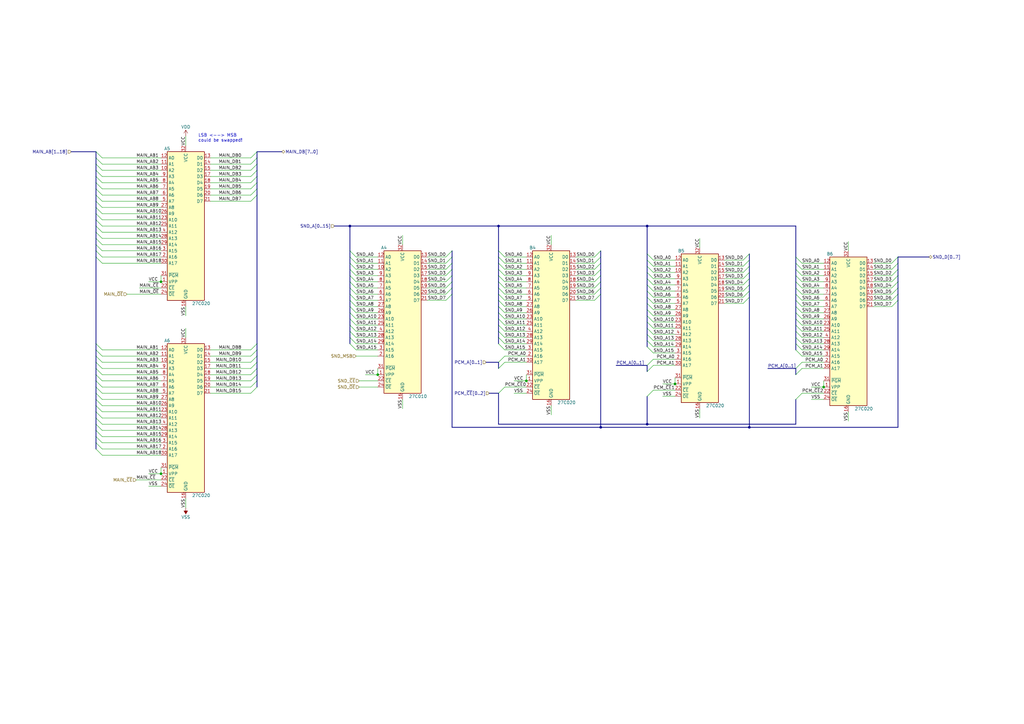
<source format=kicad_sch>
(kicad_sch (version 20211123) (generator eeschema)
  (paper "A3")
  (title_block (title "System 18") (date "2022-03-18") (rev "José Tejada G.") (company "JOTEGO") (comment 1 "Esperanza Triana"))
  (lib_symbols
    (symbol "Memory_EPROM:27C010"
      (property "Reference" "U" (at -7.62 29.21 0))
      (property "Value" "27C010" (at 2.54 -31.75 0))
      (symbol "27C010_1_1"
        (rectangle (start -7.62 27.94) (end 7.62 -30.48) (stroke (width 0.254)) (fill (type background)))
        (pin input line (at -10.16 -22.86 0) (length 2.54) (name "VPP") (number "1"))
        (pin input line (at -10.16 20.32 0) (length 2.54) (name "A2") (number "10"))
        (pin input line (at -10.16 22.86 0) (length 2.54) (name "A1") (number "11"))
        (pin input line (at -10.16 25.4 0) (length 2.54) (name "A0") (number "12"))
        (pin tri_state line (at 10.16 25.4 180) (length 2.54) (name "D0") (number "13"))
        (pin tri_state line (at 10.16 22.86 180) (length 2.54) (name "D1") (number "14"))
        (pin tri_state line (at 10.16 20.32 180) (length 2.54) (name "D2") (number "15"))
        (pin power_in line (at 0 -33.02 90) (length 2.54) (name "GND") (number "16"))
        (pin tri_state line (at 10.16 17.78 180) (length 2.54) (name "D3") (number "17"))
        (pin tri_state line (at 10.16 15.24 180) (length 2.54) (name "D4") (number "18"))
        (pin tri_state line (at 10.16 12.7 180) (length 2.54) (name "D5") (number "19"))
        (pin input line (at -10.16 -15.24 0) (length 2.54) (name "A16") (number "2"))
        (pin tri_state line (at 10.16 10.16 180) (length 2.54) (name "D6") (number "20"))
        (pin tri_state line (at 10.16 7.62 180) (length 2.54) (name "D7") (number "21"))
        (pin input line (at -10.16 -25.4 0) (length 2.54) (name "~{CE}") (number "22"))
        (pin input line (at -10.16 0 0) (length 2.54) (name "A10") (number "23"))
        (pin input line (at -10.16 -27.94 0) (length 2.54) (name "~{OE}") (number "24"))
        (pin input line (at -10.16 -2.54 0) (length 2.54) (name "A11") (number "25"))
        (pin input line (at -10.16 2.54 0) (length 2.54) (name "A9") (number "26"))
        (pin input line (at -10.16 5.08 0) (length 2.54) (name "A8") (number "27"))
        (pin input line (at -10.16 -7.62 0) (length 2.54) (name "A13") (number "28"))
        (pin input line (at -10.16 -10.16 0) (length 2.54) (name "A14") (number "29"))
        (pin input line (at -10.16 -12.7 0) (length 2.54) (name "A15") (number "3"))
        (pin input line (at -10.16 -20.32 0) (length 2.54) (name "~{PGM}") (number "31"))
        (pin power_in line (at 0 30.48 270) (length 2.54) (name "VCC") (number "32"))
        (pin input line (at -10.16 -5.08 0) (length 2.54) (name "A12") (number "4"))
        (pin input line (at -10.16 7.62 0) (length 2.54) (name "A7") (number "5"))
        (pin input line (at -10.16 10.16 0) (length 2.54) (name "A6") (number "6"))
        (pin input line (at -10.16 12.7 0) (length 2.54) (name "A5") (number "7"))
        (pin input line (at -10.16 15.24 0) (length 2.54) (name "A4") (number "8"))
        (pin input line (at -10.16 17.78 0) (length 2.54) (name "A3") (number "9"))
      )
    )
    (symbol "Memory_EPROM:27C020"
      (property "Reference" "U" (at -7.62 31.75 0))
      (property "Value" "27C020" (at 2.54 -31.75 0))
      (symbol "27C020_1_1"
        (rectangle (start -7.62 30.48) (end 7.62 -30.48) (stroke (width 0.254)) (fill (type background)))
        (pin input line (at -10.16 -22.86 0) (length 2.54) (name "VPP") (number "1"))
        (pin input line (at -10.16 22.86 0) (length 2.54) (name "A2") (number "10"))
        (pin input line (at -10.16 25.4 0) (length 2.54) (name "A1") (number "11"))
        (pin input line (at -10.16 27.94 0) (length 2.54) (name "A0") (number "12"))
        (pin tri_state line (at 10.16 27.94 180) (length 2.54) (name "D0") (number "13"))
        (pin tri_state line (at 10.16 25.4 180) (length 2.54) (name "D1") (number "14"))
        (pin tri_state line (at 10.16 22.86 180) (length 2.54) (name "D2") (number "15"))
        (pin power_in line (at 0 -33.02 90) (length 2.54) (name "GND") (number "16"))
        (pin tri_state line (at 10.16 20.32 180) (length 2.54) (name "D3") (number "17"))
        (pin tri_state line (at 10.16 17.78 180) (length 2.54) (name "D4") (number "18"))
        (pin tri_state line (at 10.16 15.24 180) (length 2.54) (name "D5") (number "19"))
        (pin input line (at -10.16 -12.7 0) (length 2.54) (name "A16") (number "2"))
        (pin tri_state line (at 10.16 12.7 180) (length 2.54) (name "D6") (number "20"))
        (pin tri_state line (at 10.16 10.16 180) (length 2.54) (name "D7") (number "21"))
        (pin input line (at -10.16 -25.4 0) (length 2.54) (name "~{CE}") (number "22"))
        (pin input line (at -10.16 2.54 0) (length 2.54) (name "A10") (number "23"))
        (pin input line (at -10.16 -27.94 0) (length 2.54) (name "~{OE}") (number "24"))
        (pin input line (at -10.16 0 0) (length 2.54) (name "A11") (number "25"))
        (pin input line (at -10.16 5.08 0) (length 2.54) (name "A9") (number "26"))
        (pin input line (at -10.16 7.62 0) (length 2.54) (name "A8") (number "27"))
        (pin input line (at -10.16 -5.08 0) (length 2.54) (name "A13") (number "28"))
        (pin input line (at -10.16 -7.62 0) (length 2.54) (name "A14") (number "29"))
        (pin input line (at -10.16 -10.16 0) (length 2.54) (name "A15") (number "3"))
        (pin input line (at -10.16 -15.24 0) (length 2.54) (name "A17") (number "30"))
        (pin input line (at -10.16 -20.32 0) (length 2.54) (name "~{PGM}") (number "31"))
        (pin power_in line (at 0 33.02 270) (length 2.54) (name "VCC") (number "32"))
        (pin input line (at -10.16 -2.54 0) (length 2.54) (name "A12") (number "4"))
        (pin input line (at -10.16 10.16 0) (length 2.54) (name "A7") (number "5"))
        (pin input line (at -10.16 12.7 0) (length 2.54) (name "A6") (number "6"))
        (pin input line (at -10.16 15.24 0) (length 2.54) (name "A5") (number "7"))
        (pin input line (at -10.16 17.78 0) (length 2.54) (name "A4") (number "8"))
        (pin input line (at -10.16 20.32 0) (length 2.54) (name "A3") (number "9"))
      )
    )
    (symbol "power:VDD" (power) (pin_names (offset 0))
      (property "Value" "VDD" (at 0 3.81 0))
      (symbol "VDD_0_1"
        (polyline (pts (xy -0.762 1.27) (xy 0 2.54)))
        (polyline (pts (xy 0 0) (xy 0 2.54)))
        (polyline (pts (xy 0 2.54) (xy 0.762 1.27)))
      )
      (symbol "VDD_1_1"
        (pin power_in line (at 0 0 90) (length 0) hide (name "VDD") (number "1"))
      )
    )
    (symbol "power:VSS" (power) (pin_names (offset 0))
      (property "Value" "VSS" (at 0 3.81 0))
      (symbol "VSS_0_1"
        (polyline (pts (xy 0 0) (xy 0 2.54)))
        (polyline (pts (xy 0.762 1.27) (xy -0.762 1.27) (xy 0 2.54) (xy 0.762 1.27)) (fill (type outline)))
      )
      (symbol "VSS_1_1"
        (pin power_in line (at 0 0 90) (length 0) hide (name "VSS") (number "1"))
      )
    )
  )
  (junction (at 143.51 92.71))
  (junction (at 337.82 158.75))
  (junction (at 215.9 156.21))
  (junction (at 265.43 173.99))
  (junction (at 66.04 194.31))
  (junction (at 154.94 153.67))
  (junction (at 204.47 92.71))
  (junction (at 246.38 175.26))
  (junction (at 265.43 92.71))
  (junction (at 307.34 175.26))
  (junction (at 66.04 115.57))
  (junction (at 276.86 157.48))
  (bus_entry (at 326.39 138.43) (size 2.54 2.54))
  (bus_entry (at 265.43 106.68) (size 2.54 2.54))
  (bus_entry (at 204.47 140.97) (size 2.54 2.54))
  (bus_entry (at 143.51 138.43) (size 2.54 2.54))
  (bus_entry (at 304.8 114.3) (size 2.54 -2.54))
  (bus_entry (at 102.87 67.31) (size 2.54 -2.54))
  (bus_entry (at 204.47 130.81) (size 2.54 2.54))
  (bus_entry (at 204.47 133.35) (size 2.54 2.54))
  (bus_entry (at 204.47 110.49) (size 2.54 2.54))
  (bus_entry (at 265.43 109.22) (size 2.54 2.54))
  (bus_entry (at 326.39 153.67) (size 2.54 -2.54))
  (bus_entry (at 102.87 82.55) (size 2.54 -2.54))
  (bus_entry (at 102.87 158.75) (size 2.54 -2.54))
  (bus_entry (at 39.37 100.33) (size 2.54 2.54))
  (bus_entry (at 182.88 113.03) (size 2.54 -2.54))
  (bus_entry (at 365.76 118.11) (size 2.54 -2.54))
  (bus_entry (at 39.37 80.01) (size 2.54 2.54))
  (bus_entry (at 265.43 132.08) (size 2.54 2.54))
  (bus_entry (at 39.37 69.85) (size 2.54 2.54))
  (bus_entry (at 365.76 115.57) (size 2.54 -2.54))
  (bus_entry (at 265.43 142.24) (size 2.54 2.54))
  (bus_entry (at 204.47 113.03) (size 2.54 2.54))
  (bus_entry (at 39.37 151.13) (size 2.54 2.54))
  (bus_entry (at 365.76 120.65) (size 2.54 -2.54))
  (bus_entry (at 102.87 148.59) (size 2.54 -2.54))
  (bus_entry (at 265.43 124.46) (size 2.54 2.54))
  (bus_entry (at 265.43 149.86) (size 2.54 -2.54))
  (bus_entry (at 39.37 158.75) (size 2.54 2.54))
  (bus_entry (at 243.84 115.57) (size 2.54 -2.54))
  (bus_entry (at 143.51 120.65) (size 2.54 2.54))
  (bus_entry (at 326.39 133.35) (size 2.54 2.54))
  (bus_entry (at 39.37 87.63) (size 2.54 2.54))
  (bus_entry (at 182.88 107.95) (size 2.54 -2.54))
  (bus_entry (at 326.39 115.57) (size 2.54 2.54))
  (bus_entry (at 143.51 110.49) (size 2.54 2.54))
  (bus_entry (at 143.51 133.35) (size 2.54 2.54))
  (bus_entry (at 39.37 82.55) (size 2.54 2.54))
  (bus_entry (at 143.51 128.27) (size 2.54 2.54))
  (bus_entry (at 265.43 139.7) (size 2.54 2.54))
  (bus_entry (at 365.76 123.19) (size 2.54 -2.54))
  (bus_entry (at 182.88 105.41) (size 2.54 -2.54))
  (bus_entry (at 204.47 123.19) (size 2.54 2.54))
  (bus_entry (at 204.47 135.89) (size 2.54 2.54))
  (bus_entry (at 304.8 109.22) (size 2.54 -2.54))
  (bus_entry (at 102.87 146.05) (size 2.54 -2.54))
  (bus_entry (at 326.39 125.73) (size 2.54 2.54))
  (bus_entry (at 143.51 125.73) (size 2.54 2.54))
  (bus_entry (at 182.88 123.19) (size 2.54 -2.54))
  (bus_entry (at 365.76 107.95) (size 2.54 -2.54))
  (bus_entry (at 39.37 168.91) (size 2.54 2.54))
  (bus_entry (at 102.87 77.47) (size 2.54 -2.54))
  (bus_entry (at 304.8 121.92) (size 2.54 -2.54))
  (bus_entry (at 143.51 140.97) (size 2.54 2.54))
  (bus_entry (at 326.39 143.51) (size 2.54 2.54))
  (bus_entry (at 265.43 121.92) (size 2.54 2.54))
  (bus_entry (at 39.37 90.17) (size 2.54 2.54))
  (bus_entry (at 204.47 161.29) (size 2.54 -2.54))
  (bus_entry (at 265.43 137.16) (size 2.54 2.54))
  (bus_entry (at 102.87 161.29) (size 2.54 -2.54))
  (bus_entry (at 326.39 130.81) (size 2.54 2.54))
  (bus_entry (at 326.39 113.03) (size 2.54 2.54))
  (bus_entry (at 182.88 110.49) (size 2.54 -2.54))
  (bus_entry (at 365.76 113.03) (size 2.54 -2.54))
  (bus_entry (at 39.37 95.25) (size 2.54 2.54))
  (bus_entry (at 265.43 111.76) (size 2.54 2.54))
  (bus_entry (at 143.51 123.19) (size 2.54 2.54))
  (bus_entry (at 102.87 69.85) (size 2.54 -2.54))
  (bus_entry (at 265.43 104.14) (size 2.54 2.54))
  (bus_entry (at 204.47 105.41) (size 2.54 2.54))
  (bus_entry (at 204.47 107.95) (size 2.54 2.54))
  (bus_entry (at 326.39 120.65) (size 2.54 2.54))
  (bus_entry (at 304.8 111.76) (size 2.54 -2.54))
  (bus_entry (at 243.84 110.49) (size 2.54 -2.54))
  (bus_entry (at 204.47 115.57) (size 2.54 2.54))
  (bus_entry (at 39.37 181.61) (size 2.54 2.54))
  (bus_entry (at 204.47 120.65) (size 2.54 2.54))
  (bus_entry (at 143.51 113.03) (size 2.54 2.54))
  (bus_entry (at 39.37 64.77) (size 2.54 2.54))
  (bus_entry (at 143.51 107.95) (size 2.54 2.54))
  (bus_entry (at 143.51 105.41) (size 2.54 2.54))
  (bus_entry (at 39.37 102.87) (size 2.54 2.54))
  (bus_entry (at 39.37 156.21) (size 2.54 2.54))
  (bus_entry (at 243.84 120.65) (size 2.54 -2.54))
  (bus_entry (at 39.37 146.05) (size 2.54 2.54))
  (bus_entry (at 39.37 173.99) (size 2.54 2.54))
  (bus_entry (at 39.37 72.39) (size 2.54 2.54))
  (bus_entry (at 326.39 118.11) (size 2.54 2.54))
  (bus_entry (at 39.37 163.83) (size 2.54 2.54))
  (bus_entry (at 39.37 184.15) (size 2.54 2.54))
  (bus_entry (at 204.47 148.59) (size 2.54 -2.54))
  (bus_entry (at 265.43 152.4) (size 2.54 -2.54))
  (bus_entry (at 204.47 128.27) (size 2.54 2.54))
  (bus_entry (at 143.51 130.81) (size 2.54 2.54))
  (bus_entry (at 204.47 118.11) (size 2.54 2.54))
  (bus_entry (at 143.51 102.87) (size 2.54 2.54))
  (bus_entry (at 102.87 74.93) (size 2.54 -2.54))
  (bus_entry (at 102.87 143.51) (size 2.54 -2.54))
  (bus_entry (at 143.51 135.89) (size 2.54 2.54))
  (bus_entry (at 204.47 125.73) (size 2.54 2.54))
  (bus_entry (at 39.37 97.79) (size 2.54 2.54))
  (bus_entry (at 326.39 105.41) (size 2.54 2.54))
  (bus_entry (at 39.37 143.51) (size 2.54 2.54))
  (bus_entry (at 326.39 163.83) (size 2.54 -2.54))
  (bus_entry (at 39.37 77.47) (size 2.54 2.54))
  (bus_entry (at 304.8 119.38) (size 2.54 -2.54))
  (bus_entry (at 39.37 67.31) (size 2.54 2.54))
  (bus_entry (at 243.84 118.11) (size 2.54 -2.54))
  (bus_entry (at 265.43 119.38) (size 2.54 2.54))
  (bus_entry (at 143.51 115.57) (size 2.54 2.54))
  (bus_entry (at 39.37 148.59) (size 2.54 2.54))
  (bus_entry (at 326.39 135.89) (size 2.54 2.54))
  (bus_entry (at 39.37 166.37) (size 2.54 2.54))
  (bus_entry (at 102.87 156.21) (size 2.54 -2.54))
  (bus_entry (at 39.37 153.67) (size 2.54 2.54))
  (bus_entry (at 326.39 151.13) (size 2.54 -2.54))
  (bus_entry (at 102.87 72.39) (size 2.54 -2.54))
  (bus_entry (at 326.39 107.95) (size 2.54 2.54))
  (bus_entry (at 39.37 176.53) (size 2.54 2.54))
  (bus_entry (at 102.87 151.13) (size 2.54 -2.54))
  (bus_entry (at 326.39 110.49) (size 2.54 2.54))
  (bus_entry (at 265.43 162.56) (size 2.54 -2.54))
  (bus_entry (at 143.51 118.11) (size 2.54 2.54))
  (bus_entry (at 265.43 129.54) (size 2.54 2.54))
  (bus_entry (at 243.84 123.19) (size 2.54 -2.54))
  (bus_entry (at 265.43 134.62) (size 2.54 2.54))
  (bus_entry (at 204.47 138.43) (size 2.54 2.54))
  (bus_entry (at 243.84 113.03) (size 2.54 -2.54))
  (bus_entry (at 265.43 127) (size 2.54 2.54))
  (bus_entry (at 304.8 124.46) (size 2.54 -2.54))
  (bus_entry (at 39.37 74.93) (size 2.54 2.54))
  (bus_entry (at 304.8 116.84) (size 2.54 -2.54))
  (bus_entry (at 326.39 128.27) (size 2.54 2.54))
  (bus_entry (at 102.87 153.67) (size 2.54 -2.54))
  (bus_entry (at 182.88 118.11) (size 2.54 -2.54))
  (bus_entry (at 265.43 114.3) (size 2.54 2.54))
  (bus_entry (at 182.88 120.65) (size 2.54 -2.54))
  (bus_entry (at 39.37 62.23) (size 2.54 2.54))
  (bus_entry (at 304.8 106.68) (size 2.54 -2.54))
  (bus_entry (at 39.37 171.45) (size 2.54 2.54))
  (bus_entry (at 102.87 64.77) (size 2.54 -2.54))
  (bus_entry (at 102.87 80.01) (size 2.54 -2.54))
  (bus_entry (at 365.76 125.73) (size 2.54 -2.54))
  (bus_entry (at 326.39 140.97) (size 2.54 2.54))
  (bus_entry (at 243.84 105.41) (size 2.54 -2.54))
  (bus_entry (at 39.37 92.71) (size 2.54 2.54))
  (bus_entry (at 243.84 107.95) (size 2.54 -2.54))
  (bus_entry (at 182.88 115.57) (size 2.54 -2.54))
  (bus_entry (at 265.43 116.84) (size 2.54 2.54))
  (bus_entry (at 39.37 105.41) (size 2.54 2.54))
  (bus_entry (at 204.47 151.13) (size 2.54 -2.54))
  (bus_entry (at 365.76 110.49) (size 2.54 -2.54))
  (bus_entry (at 326.39 123.19) (size 2.54 2.54))
  (bus_entry (at 39.37 85.09) (size 2.54 2.54))
  (bus_entry (at 39.37 140.97) (size 2.54 2.54))
  (bus_entry (at 39.37 179.07) (size 2.54 2.54))
  (bus_entry (at 204.47 102.87) (size 2.54 2.54))
  (bus_entry (at 39.37 161.29) (size 2.54 2.54))
  (bus (pts (xy 39.37 146.05) (xy 39.37 148.59)))
  (bus (pts (xy 265.43 121.92) (xy 265.43 124.46)))
  (wire (pts (xy 66.04 72.39) (xy 41.91 72.39)))
  (bus (pts (xy 105.41 72.39) (xy 105.41 74.93)))
  (wire (pts (xy 215.9 156.21) (xy 210.82 156.21)))
  (wire (pts (xy 154.94 153.67) (xy 149.86 153.67)))
  (wire (pts (xy 358.14 115.57) (xy 365.76 115.57)))
  (bus (pts (xy 143.51 138.43) (xy 143.51 140.97)))
  (wire (pts (xy 86.36 146.05) (xy 102.87 146.05)))
  (bus (pts (xy 143.51 133.35) (xy 143.51 135.89)))
  (bus (pts (xy 265.43 132.08) (xy 265.43 134.62)))
  (wire (pts (xy 86.36 158.75) (xy 102.87 158.75)))
  (wire (pts (xy 154.94 133.35) (xy 146.05 133.35)))
  (bus (pts (xy 204.47 92.71) (xy 265.43 92.71)))
  (wire (pts (xy 154.94 143.51) (xy 146.05 143.51)))
  (wire (pts (xy 147.32 158.75) (xy 154.94 158.75)))
  (wire (pts (xy 66.04 113.03) (xy 66.04 115.57)))
  (wire (pts (xy 337.82 161.29) (xy 328.93 161.29)))
  (wire (pts (xy 276.86 147.32) (xy 267.97 147.32)))
  (wire (pts (xy 358.14 107.95) (xy 365.76 107.95)))
  (bus (pts (xy 368.3 105.41) (xy 381 105.41)))
  (wire (pts (xy 337.82 130.81) (xy 328.93 130.81)))
  (bus (pts (xy 326.39 138.43) (xy 326.39 140.97)))
  (bus (pts (xy 265.43 104.14) (xy 265.43 106.68)))
  (bus (pts (xy 204.47 161.29) (xy 200.66 161.29)))
  (wire (pts (xy 175.26 115.57) (xy 182.88 115.57)))
  (wire (pts (xy 86.36 77.47) (xy 102.87 77.47)))
  (bus (pts (xy 368.3 113.03) (xy 368.3 115.57)))
  (wire (pts (xy 276.86 111.76) (xy 267.97 111.76)))
  (bus (pts (xy 39.37 67.31) (xy 39.37 69.85)))
  (wire (pts (xy 154.94 113.03) (xy 146.05 113.03)))
  (bus (pts (xy 39.37 69.85) (xy 39.37 72.39)))
  (bus (pts (xy 39.37 74.93) (xy 39.37 77.47)))
  (bus (pts (xy 265.43 127) (xy 265.43 129.54)))
  (bus (pts (xy 39.37 90.17) (xy 39.37 92.71)))
  (bus (pts (xy 326.39 151.13) (xy 326.39 153.67)))
  (wire (pts (xy 175.26 123.19) (xy 182.88 123.19)))
  (bus (pts (xy 105.41 62.23) (xy 105.41 64.77)))
  (bus (pts (xy 185.42 118.11) (xy 185.42 120.65)))
  (bus (pts (xy 368.3 120.65) (xy 368.3 123.19)))
  (bus (pts (xy 246.38 120.65) (xy 246.38 175.26)))
  (wire (pts (xy 76.2 59.69) (xy 76.2 55.88)))
  (wire (pts (xy 66.04 100.33) (xy 41.91 100.33)))
  (bus (pts (xy 105.41 69.85) (xy 105.41 72.39)))
  (bus (pts (xy 185.42 107.95) (xy 185.42 110.49)))
  (wire (pts (xy 66.04 90.17) (xy 41.91 90.17)))
  (bus (pts (xy 265.43 116.84) (xy 265.43 119.38)))
  (wire (pts (xy 66.04 158.75) (xy 41.91 158.75)))
  (wire (pts (xy 276.86 127) (xy 267.97 127)))
  (wire (pts (xy 154.94 135.89) (xy 146.05 135.89)))
  (wire (pts (xy 337.82 115.57) (xy 328.93 115.57)))
  (bus (pts (xy 368.3 115.57) (xy 368.3 118.11)))
  (bus (pts (xy 326.39 120.65) (xy 326.39 123.19)))
  (wire (pts (xy 337.82 143.51) (xy 328.93 143.51)))
  (wire (pts (xy 276.86 160.02) (xy 267.97 160.02)))
  (bus (pts (xy 143.51 115.57) (xy 143.51 118.11)))
  (wire (pts (xy 358.14 110.49) (xy 365.76 110.49)))
  (bus (pts (xy 105.41 80.01) (xy 105.41 140.97)))
  (bus (pts (xy 105.41 64.77) (xy 105.41 67.31)))
  (bus (pts (xy 326.39 130.81) (xy 326.39 133.35)))
  (bus (pts (xy 326.39 115.57) (xy 326.39 118.11)))
  (bus (pts (xy 326.39 173.99) (xy 326.39 163.83)))
  (wire (pts (xy 175.26 107.95) (xy 182.88 107.95)))
  (wire (pts (xy 276.86 124.46) (xy 267.97 124.46)))
  (wire (pts (xy 175.26 110.49) (xy 182.88 110.49)))
  (wire (pts (xy 86.36 80.01) (xy 102.87 80.01)))
  (bus (pts (xy 39.37 151.13) (xy 39.37 153.67)))
  (wire (pts (xy 76.2 125.73) (xy 76.2 129.54)))
  (wire (pts (xy 154.94 156.21) (xy 147.32 156.21)))
  (bus (pts (xy 252.73 149.86) (xy 265.43 149.86)))
  (bus (pts (xy 105.41 148.59) (xy 105.41 151.13)))
  (wire (pts (xy 66.04 146.05) (xy 41.91 146.05)))
  (wire (pts (xy 66.04 199.39) (xy 60.96 199.39)))
  (wire (pts (xy 66.04 80.01) (xy 41.91 80.01)))
  (wire (pts (xy 215.9 123.19) (xy 207.01 123.19)))
  (wire (pts (xy 66.04 115.57) (xy 60.96 115.57)))
  (wire (pts (xy 337.82 140.97) (xy 328.93 140.97)))
  (bus (pts (xy 265.43 124.46) (xy 265.43 127)))
  (wire (pts (xy 154.94 146.05) (xy 146.05 146.05)))
  (bus (pts (xy 204.47 102.87) (xy 204.47 105.41)))
  (bus (pts (xy 204.47 133.35) (xy 204.47 135.89)))
  (wire (pts (xy 276.86 134.62) (xy 267.97 134.62)))
  (bus (pts (xy 39.37 163.83) (xy 39.37 166.37)))
  (bus (pts (xy 204.47 130.81) (xy 204.47 133.35)))
  (wire (pts (xy 86.36 72.39) (xy 102.87 72.39)))
  (bus (pts (xy 185.42 175.26) (xy 246.38 175.26)))
  (bus (pts (xy 204.47 113.03) (xy 204.47 115.57)))
  (bus (pts (xy 246.38 113.03) (xy 246.38 115.57)))
  (bus (pts (xy 246.38 115.57) (xy 246.38 118.11)))
  (bus (pts (xy 246.38 105.41) (xy 246.38 107.95)))
  (wire (pts (xy 66.04 181.61) (xy 41.91 181.61)))
  (bus (pts (xy 39.37 148.59) (xy 39.37 151.13)))
  (bus (pts (xy 204.47 118.11) (xy 204.47 120.65)))
  (bus (pts (xy 39.37 158.75) (xy 39.37 161.29)))
  (bus (pts (xy 39.37 153.67) (xy 39.37 156.21)))
  (bus (pts (xy 246.38 102.87) (xy 246.38 105.41)))
  (bus (pts (xy 204.47 120.65) (xy 204.47 123.19)))
  (wire (pts (xy 276.86 119.38) (xy 267.97 119.38)))
  (wire (pts (xy 66.04 87.63) (xy 41.91 87.63)))
  (wire (pts (xy 66.04 186.69) (xy 41.91 186.69)))
  (wire (pts (xy 66.04 168.91) (xy 41.91 168.91)))
  (wire (pts (xy 175.26 118.11) (xy 182.88 118.11)))
  (wire (pts (xy 175.26 120.65) (xy 182.88 120.65)))
  (bus (pts (xy 39.37 181.61) (xy 39.37 184.15)))
  (wire (pts (xy 236.22 123.19) (xy 243.84 123.19)))
  (wire (pts (xy 297.18 116.84) (xy 304.8 116.84)))
  (bus (pts (xy 39.37 95.25) (xy 39.37 97.79)))
  (bus (pts (xy 326.39 135.89) (xy 326.39 138.43)))
  (bus (pts (xy 143.51 105.41) (xy 143.51 107.95)))
  (wire (pts (xy 66.04 176.53) (xy 41.91 176.53)))
  (wire (pts (xy 236.22 115.57) (xy 243.84 115.57)))
  (wire (pts (xy 337.82 125.73) (xy 328.93 125.73)))
  (bus (pts (xy 105.41 140.97) (xy 105.41 143.51)))
  (wire (pts (xy 165.1 163.83) (xy 165.1 167.64)))
  (bus (pts (xy 39.37 171.45) (xy 39.37 173.99)))
  (wire (pts (xy 337.82 158.75) (xy 332.74 158.75)))
  (wire (pts (xy 154.94 105.41) (xy 146.05 105.41)))
  (wire (pts (xy 215.9 110.49) (xy 207.01 110.49)))
  (bus (pts (xy 265.43 106.68) (xy 265.43 109.22)))
  (wire (pts (xy 154.94 107.95) (xy 146.05 107.95)))
  (wire (pts (xy 66.04 69.85) (xy 41.91 69.85)))
  (bus (pts (xy 39.37 179.07) (xy 39.37 181.61)))
  (bus (pts (xy 326.39 128.27) (xy 326.39 130.81)))
  (wire (pts (xy 236.22 118.11) (xy 243.84 118.11)))
  (bus (pts (xy 143.51 125.73) (xy 143.51 128.27)))
  (wire (pts (xy 215.9 158.75) (xy 207.01 158.75)))
  (wire (pts (xy 337.82 163.83) (xy 332.74 163.83)))
  (wire (pts (xy 154.94 125.73) (xy 146.05 125.73)))
  (bus (pts (xy 326.39 118.11) (xy 326.39 120.65)))
  (wire (pts (xy 66.04 171.45) (xy 41.91 171.45)))
  (bus (pts (xy 368.3 110.49) (xy 368.3 113.03)))
  (wire (pts (xy 236.22 120.65) (xy 243.84 120.65)))
  (wire (pts (xy 66.04 179.07) (xy 41.91 179.07)))
  (bus (pts (xy 143.51 120.65) (xy 143.51 123.19)))
  (wire (pts (xy 66.04 82.55) (xy 41.91 82.55)))
  (bus (pts (xy 143.51 92.71) (xy 204.47 92.71)))
  (bus (pts (xy 265.43 119.38) (xy 265.43 121.92)))
  (wire (pts (xy 276.86 162.56) (xy 271.78 162.56)))
  (wire (pts (xy 215.9 133.35) (xy 207.01 133.35)))
  (wire (pts (xy 276.86 157.48) (xy 271.78 157.48)))
  (wire (pts (xy 86.36 69.85) (xy 102.87 69.85)))
  (wire (pts (xy 276.86 106.68) (xy 267.97 106.68)))
  (wire (pts (xy 66.04 166.37) (xy 41.91 166.37)))
  (wire (pts (xy 215.9 143.51) (xy 207.01 143.51)))
  (bus (pts (xy 265.43 114.3) (xy 265.43 116.84)))
  (bus (pts (xy 307.34 116.84) (xy 307.34 119.38)))
  (wire (pts (xy 154.94 118.11) (xy 146.05 118.11)))
  (bus (pts (xy 39.37 62.23) (xy 39.37 64.77)))
  (wire (pts (xy 276.86 132.08) (xy 267.97 132.08)))
  (wire (pts (xy 297.18 124.46) (xy 304.8 124.46)))
  (wire (pts (xy 66.04 97.79) (xy 41.91 97.79)))
  (wire (pts (xy 66.04 105.41) (xy 41.91 105.41)))
  (bus (pts (xy 204.47 110.49) (xy 204.47 113.03)))
  (bus (pts (xy 326.39 133.35) (xy 326.39 135.89)))
  (wire (pts (xy 165.1 100.33) (xy 165.1 96.52)))
  (bus (pts (xy 265.43 129.54) (xy 265.43 132.08)))
  (bus (pts (xy 326.39 107.95) (xy 326.39 110.49)))
  (wire (pts (xy 66.04 64.77) (xy 41.91 64.77)))
  (wire (pts (xy 297.18 106.68) (xy 304.8 106.68)))
  (wire (pts (xy 215.9 107.95) (xy 207.01 107.95)))
  (bus (pts (xy 368.3 118.11) (xy 368.3 120.65)))
  (wire (pts (xy 358.14 125.73) (xy 365.76 125.73)))
  (wire (pts (xy 297.18 111.76) (xy 304.8 111.76)))
  (wire (pts (xy 236.22 105.41) (xy 243.84 105.41)))
  (bus (pts (xy 368.3 105.41) (xy 368.3 107.95)))
  (bus (pts (xy 39.37 140.97) (xy 39.37 143.51)))
  (wire (pts (xy 347.98 168.91) (xy 347.98 172.72)))
  (wire (pts (xy 215.9 140.97) (xy 207.01 140.97)))
  (bus (pts (xy 143.51 135.89) (xy 143.51 138.43)))
  (bus (pts (xy 326.39 92.71) (xy 326.39 105.41)))
  (wire (pts (xy 215.9 135.89) (xy 207.01 135.89)))
  (wire (pts (xy 276.86 121.92) (xy 267.97 121.92)))
  (bus (pts (xy 105.41 67.31) (xy 105.41 69.85)))
  (wire (pts (xy 215.9 128.27) (xy 207.01 128.27)))
  (wire (pts (xy 66.04 77.47) (xy 41.91 77.47)))
  (bus (pts (xy 204.47 173.99) (xy 204.47 161.29)))
  (wire (pts (xy 226.06 100.33) (xy 226.06 96.52)))
  (wire (pts (xy 236.22 113.03) (xy 243.84 113.03)))
  (bus (pts (xy 368.3 175.26) (xy 307.34 175.26)))
  (wire (pts (xy 337.82 135.89) (xy 328.93 135.89)))
  (wire (pts (xy 267.97 144.78) (xy 276.86 144.78)))
  (wire (pts (xy 215.9 125.73) (xy 207.01 125.73)))
  (bus (pts (xy 39.37 100.33) (xy 39.37 102.87)))
  (wire (pts (xy 337.82 128.27) (xy 328.93 128.27)))
  (bus (pts (xy 143.51 110.49) (xy 143.51 113.03)))
  (wire (pts (xy 337.82 120.65) (xy 328.93 120.65)))
  (bus (pts (xy 39.37 77.47) (xy 39.37 80.01)))
  (wire (pts (xy 337.82 138.43) (xy 328.93 138.43)))
  (bus (pts (xy 105.41 62.23) (xy 115.57 62.23)))
  (wire (pts (xy 337.82 123.19) (xy 328.93 123.19)))
  (wire (pts (xy 215.9 113.03) (xy 207.01 113.03)))
  (wire (pts (xy 86.36 153.67) (xy 102.87 153.67)))
  (bus (pts (xy 307.34 114.3) (xy 307.34 116.84)))
  (wire (pts (xy 358.14 118.11) (xy 365.76 118.11)))
  (bus (pts (xy 204.47 105.41) (xy 204.47 107.95)))
  (bus (pts (xy 307.34 119.38) (xy 307.34 121.92)))
  (wire (pts (xy 267.97 149.86) (xy 276.86 149.86)))
  (wire (pts (xy 66.04 196.85) (xy 55.88 196.85)))
  (wire (pts (xy 66.04 118.11) (xy 57.15 118.11)))
  (bus (pts (xy 143.51 92.71) (xy 137.16 92.71)))
  (bus (pts (xy 265.43 109.22) (xy 265.43 111.76)))
  (bus (pts (xy 185.42 110.49) (xy 185.42 113.03)))
  (wire (pts (xy 154.94 123.19) (xy 146.05 123.19)))
  (wire (pts (xy 276.86 109.22) (xy 267.97 109.22)))
  (bus (pts (xy 39.37 87.63) (xy 39.37 90.17)))
  (bus (pts (xy 307.34 121.92) (xy 307.34 175.26)))
  (wire (pts (xy 86.36 82.55) (xy 102.87 82.55)))
  (bus (pts (xy 246.38 107.95) (xy 246.38 110.49)))
  (wire (pts (xy 347.98 102.87) (xy 347.98 99.06)))
  (wire (pts (xy 276.86 114.3) (xy 267.97 114.3)))
  (bus (pts (xy 204.47 135.89) (xy 204.47 138.43)))
  (wire (pts (xy 154.94 130.81) (xy 146.05 130.81)))
  (bus (pts (xy 143.51 130.81) (xy 143.51 133.35)))
  (wire (pts (xy 328.93 151.13) (xy 337.82 151.13)))
  (bus (pts (xy 185.42 102.87) (xy 185.42 105.41)))
  (bus (pts (xy 143.51 128.27) (xy 143.51 130.81)))
  (wire (pts (xy 66.04 191.77) (xy 66.04 194.31)))
  (wire (pts (xy 66.04 148.59) (xy 41.91 148.59)))
  (wire (pts (xy 66.04 161.29) (xy 41.91 161.29)))
  (bus (pts (xy 39.37 143.51) (xy 39.37 146.05)))
  (wire (pts (xy 66.04 107.95) (xy 41.91 107.95)))
  (bus (pts (xy 314.96 151.13) (xy 326.39 151.13)))
  (bus (pts (xy 265.43 139.7) (xy 265.43 142.24)))
  (bus (pts (xy 105.41 146.05) (xy 105.41 148.59)))
  (wire (pts (xy 287.02 167.64) (xy 287.02 171.45)))
  (bus (pts (xy 307.34 109.22) (xy 307.34 111.76)))
  (bus (pts (xy 39.37 62.23) (xy 29.21 62.23)))
  (bus (pts (xy 39.37 64.77) (xy 39.37 67.31)))
  (wire (pts (xy 297.18 119.38) (xy 304.8 119.38)))
  (wire (pts (xy 358.14 113.03) (xy 365.76 113.03)))
  (wire (pts (xy 86.36 156.21) (xy 102.87 156.21)))
  (bus (pts (xy 204.47 92.71) (xy 204.47 102.87)))
  (wire (pts (xy 236.22 110.49) (xy 243.84 110.49)))
  (wire (pts (xy 276.86 142.24) (xy 267.97 142.24)))
  (wire (pts (xy 154.94 138.43) (xy 146.05 138.43)))
  (wire (pts (xy 86.36 64.77) (xy 102.87 64.77)))
  (bus (pts (xy 265.43 149.86) (xy 265.43 152.4)))
  (wire (pts (xy 66.04 143.51) (xy 41.91 143.51)))
  (bus (pts (xy 204.47 107.95) (xy 204.47 110.49)))
  (bus (pts (xy 39.37 161.29) (xy 39.37 163.83)))
  (wire (pts (xy 66.04 156.21) (xy 41.91 156.21)))
  (wire (pts (xy 66.04 67.31) (xy 41.91 67.31)))
  (wire (pts (xy 236.22 107.95) (xy 243.84 107.95)))
  (wire (pts (xy 52.07 120.65) (xy 66.04 120.65)))
  (bus (pts (xy 105.41 74.93) (xy 105.41 77.47)))
  (wire (pts (xy 154.94 128.27) (xy 146.05 128.27)))
  (bus (pts (xy 204.47 128.27) (xy 204.47 130.81)))
  (bus (pts (xy 326.39 113.03) (xy 326.39 115.57)))
  (wire (pts (xy 86.36 151.13) (xy 102.87 151.13)))
  (bus (pts (xy 307.34 106.68) (xy 307.34 109.22)))
  (bus (pts (xy 39.37 156.21) (xy 39.37 158.75)))
  (wire (pts (xy 226.06 166.37) (xy 226.06 170.18)))
  (wire (pts (xy 297.18 114.3) (xy 304.8 114.3)))
  (bus (pts (xy 265.43 111.76) (xy 265.43 114.3)))
  (bus (pts (xy 143.51 102.87) (xy 143.51 105.41)))
  (wire (pts (xy 215.9 138.43) (xy 207.01 138.43)))
  (wire (pts (xy 215.9 130.81) (xy 207.01 130.81)))
  (bus (pts (xy 39.37 80.01) (xy 39.37 82.55)))
  (wire (pts (xy 86.36 67.31) (xy 102.87 67.31)))
  (bus (pts (xy 265.43 92.71) (xy 265.43 104.14)))
  (wire (pts (xy 66.04 194.31) (xy 60.96 194.31)))
  (wire (pts (xy 66.04 184.15) (xy 41.91 184.15)))
  (bus (pts (xy 265.43 134.62) (xy 265.43 137.16)))
  (wire (pts (xy 337.82 113.03) (xy 328.93 113.03)))
  (wire (pts (xy 86.36 161.29) (xy 102.87 161.29)))
  (bus (pts (xy 39.37 102.87) (xy 39.37 105.41)))
  (bus (pts (xy 265.43 92.71) (xy 326.39 92.71)))
  (wire (pts (xy 154.94 110.49) (xy 146.05 110.49)))
  (bus (pts (xy 143.51 118.11) (xy 143.51 120.65)))
  (wire (pts (xy 215.9 153.67) (xy 215.9 156.21)))
  (wire (pts (xy 297.18 109.22) (xy 304.8 109.22)))
  (bus (pts (xy 39.37 105.41) (xy 39.37 140.97)))
  (wire (pts (xy 86.36 74.93) (xy 102.87 74.93)))
  (bus (pts (xy 105.41 153.67) (xy 105.41 156.21)))
  (wire (pts (xy 66.04 151.13) (xy 41.91 151.13)))
  (bus (pts (xy 368.3 123.19) (xy 368.3 175.26)))
  (bus (pts (xy 199.39 148.59) (xy 204.47 148.59)))
  (wire (pts (xy 154.94 140.97) (xy 146.05 140.97)))
  (wire (pts (xy 215.9 161.29) (xy 210.82 161.29)))
  (bus (pts (xy 185.42 105.41) (xy 185.42 107.95)))
  (bus (pts (xy 265.43 137.16) (xy 265.43 139.7)))
  (wire (pts (xy 66.04 153.67) (xy 41.91 153.67)))
  (wire (pts (xy 215.9 120.65) (xy 207.01 120.65)))
  (bus (pts (xy 204.47 125.73) (xy 204.47 128.27)))
  (wire (pts (xy 215.9 105.41) (xy 207.01 105.41)))
  (wire (pts (xy 154.94 151.13) (xy 154.94 153.67)))
  (bus (pts (xy 185.42 115.57) (xy 185.42 118.11)))
  (wire (pts (xy 337.82 156.21) (xy 337.82 158.75)))
  (bus (pts (xy 105.41 151.13) (xy 105.41 153.67)))
  (bus (pts (xy 143.51 113.03) (xy 143.51 115.57)))
  (wire (pts (xy 66.04 74.93) (xy 41.91 74.93)))
  (bus (pts (xy 105.41 143.51) (xy 105.41 146.05)))
  (wire (pts (xy 86.36 148.59) (xy 102.87 148.59)))
  (wire (pts (xy 66.04 92.71) (xy 41.91 92.71)))
  (wire (pts (xy 154.94 115.57) (xy 146.05 115.57)))
  (wire (pts (xy 76.2 204.47) (xy 76.2 208.28)))
  (wire (pts (xy 287.02 101.6) (xy 287.02 97.79)))
  (wire (pts (xy 66.04 85.09) (xy 41.91 85.09)))
  (wire (pts (xy 66.04 163.83) (xy 41.91 163.83)))
  (bus (pts (xy 39.37 97.79) (xy 39.37 100.33)))
  (bus (pts (xy 265.43 173.99) (xy 204.47 173.99)))
  (bus (pts (xy 105.41 156.21) (xy 105.41 158.75)))
  (bus (pts (xy 307.34 175.26) (xy 246.38 175.26)))
  (bus (pts (xy 368.3 107.95) (xy 368.3 110.49)))
  (bus (pts (xy 39.37 173.99) (xy 39.37 176.53)))
  (bus (pts (xy 265.43 162.56) (xy 265.43 173.99)))
  (wire (pts (xy 337.82 148.59) (xy 328.93 148.59)))
  (wire (pts (xy 66.04 173.99) (xy 41.91 173.99)))
  (wire (pts (xy 337.82 118.11) (xy 328.93 118.11)))
  (wire (pts (xy 276.86 137.16) (xy 267.97 137.16)))
  (bus (pts (xy 307.34 111.76) (xy 307.34 114.3)))
  (wire (pts (xy 276.86 154.94) (xy 276.86 157.48)))
  (bus (pts (xy 246.38 118.11) (xy 246.38 120.65)))
  (bus (pts (xy 185.42 120.65) (xy 185.42 175.26)))
  (bus (pts (xy 105.41 77.47) (xy 105.41 80.01)))
  (bus (pts (xy 265.43 173.99) (xy 326.39 173.99)))
  (bus (pts (xy 326.39 125.73) (xy 326.39 128.27)))
  (wire (pts (xy 358.14 120.65) (xy 365.76 120.65)))
  (bus (pts (xy 39.37 85.09) (xy 39.37 87.63)))
  (bus (pts (xy 204.47 148.59) (xy 204.47 151.13)))
  (wire (pts (xy 337.82 110.49) (xy 328.93 110.49)))
  (bus (pts (xy 39.37 82.55) (xy 39.37 85.09)))
  (bus (pts (xy 39.37 176.53) (xy 39.37 179.07)))
  (wire (pts (xy 276.86 139.7) (xy 267.97 139.7)))
  (bus (pts (xy 39.37 168.91) (xy 39.37 171.45)))
  (wire (pts (xy 154.94 120.65) (xy 146.05 120.65)))
  (wire (pts (xy 337.82 107.95) (xy 328.93 107.95)))
  (bus (pts (xy 39.37 72.39) (xy 39.37 74.93)))
  (wire (pts (xy 86.36 143.51) (xy 102.87 143.51)))
  (bus (pts (xy 185.42 113.03) (xy 185.42 115.57)))
  (wire (pts (xy 337.82 133.35) (xy 328.93 133.35)))
  (wire (pts (xy 175.26 105.41) (xy 182.88 105.41)))
  (wire (pts (xy 175.26 113.03) (xy 182.88 113.03)))
  (bus (pts (xy 39.37 92.71) (xy 39.37 95.25)))
  (wire (pts (xy 207.01 148.59) (xy 215.9 148.59)))
  (bus (pts (xy 204.47 115.57) (xy 204.47 118.11)))
  (bus (pts (xy 246.38 110.49) (xy 246.38 113.03)))
  (wire (pts (xy 337.82 146.05) (xy 328.93 146.05)))
  (bus (pts (xy 143.51 123.19) (xy 143.51 125.73)))
  (wire (pts (xy 215.9 115.57) (xy 207.01 115.57)))
  (bus (pts (xy 326.39 110.49) (xy 326.39 113.03)))
  (bus (pts (xy 307.34 104.14) (xy 307.34 106.68)))
  (bus (pts (xy 326.39 105.41) (xy 326.39 107.95)))
  (bus (pts (xy 326.39 123.19) (xy 326.39 125.73)))
  (bus (pts (xy 143.51 92.71) (xy 143.51 102.87)))
  (bus (pts (xy 143.51 107.95) (xy 143.51 110.49)))
  (wire (pts (xy 276.86 116.84) (xy 267.97 116.84)))
  (bus (pts (xy 204.47 138.43) (xy 204.47 140.97)))
  (bus (pts (xy 326.39 140.97) (xy 326.39 143.51)))
  (bus (pts (xy 204.47 123.19) (xy 204.47 125.73)))
  (wire (pts (xy 358.14 123.19) (xy 365.76 123.19)))
  (wire (pts (xy 276.86 129.54) (xy 267.97 129.54)))
  (wire (pts (xy 215.9 146.05) (xy 207.01 146.05)))
  (wire (pts (xy 66.04 102.87) (xy 41.91 102.87)))
  (wire (pts (xy 66.04 95.25) (xy 41.91 95.25)))
  (wire (pts (xy 76.2 138.43) (xy 76.2 134.62)))
  (wire (pts (xy 215.9 118.11) (xy 207.01 118.11)))
  (wire (pts (xy 297.18 121.92) (xy 304.8 121.92)))
  (bus (pts (xy 39.37 166.37) (xy 39.37 168.91)))
  (text "LSB <--> MSB\ncould be swapped!" (at 81.28 58.42 0) (effects (font (size 1.27 1.27)) (justify left bottom)))
  (label "SND_A6" (at 207.01 120.65 0))
  (label "MAIN_AB15" (at 55.88 179.07 0))
  (label "MAIN_DB3" (at 99.06 72.39 180))
  (label "SND_D5" (at 304.8 119.38 180))
  (label "VCC" (at 347.98 99.06 270))
  (label "PCM_A[0..1]" (at 252.73 149.86 0))
  (label "MAIN_AB8" (at 55.88 82.55 0))
  (label "SND_D7" (at 304.8 124.46 180))
  (label "SND_A15" (at 328.93 146.05 0))
  (label "SND_A13" (at 267.97 139.7 0))
  (label "MAIN_AB12" (at 55.88 92.71 0))
  (label "PCM_A0" (at 269.24 147.32 0))
  (label "SND_A1" (at 328.93 110.49 0))
  (label "SND_A4" (at 146.05 115.57 0))
  (label "SND_A13" (at 207.01 138.43 0))
  (label "MAIN_AB14" (at 55.88 176.53 0))
  (label "SND_D6" (at 182.88 120.65 180))
  (label "MAIN_DB13" (at 99.06 156.21 180))
  (label "SND_A15" (at 207.01 143.51 0))
  (label "SND_A10" (at 328.93 133.35 0))
  (label "SND_D3" (at 365.76 115.57 180))
  (label "SND_D3" (at 182.88 113.03 180))
  (label "VCC" (at 60.96 194.31 0))
  (label "SND_A9" (at 267.97 129.54 0))
  (label "MAIN_DB4" (at 99.06 74.93 180))
  (label "SND_A2" (at 207.01 110.49 0))
  (label "VSS" (at 332.74 163.83 0))
  (label "SND_A8" (at 328.93 128.27 0))
  (label "MAIN_AB16" (at 55.88 102.87 0))
  (label "SND_A15" (at 267.97 144.78 0))
  (label "SND_A2" (at 146.05 110.49 0))
  (label "VSS" (at 271.78 162.56 0))
  (label "SND_A2" (at 328.93 113.03 0))
  (label "SND_D1" (at 304.8 109.22 180))
  (label "MAIN_AB7" (at 55.88 158.75 0))
  (label "MAIN_DB12" (at 99.06 153.67 180))
  (label "MAIN_AB18" (at 55.88 107.95 0))
  (label "VCC" (at 287.02 97.79 270))
  (label "MAIN_AB17" (at 55.88 184.15 0))
  (label "SND_A4" (at 328.93 118.11 0))
  (label "PCM_~{CE}1" (at 267.97 160.02 0))
  (label "MAIN_DB14" (at 99.06 158.75 180))
  (label "SND_A7" (at 328.93 125.73 0))
  (label "VSS" (at 76.2 208.28 90))
  (label "VSS" (at 226.06 170.18 90))
  (label "VCC" (at 60.96 115.57 0))
  (label "SND_A9" (at 207.01 128.27 0))
  (label "MAIN_AB2" (at 55.88 67.31 0))
  (label "VCC" (at 332.74 158.75 0))
  (label "VCC" (at 210.82 156.21 0))
  (label "SND_D5" (at 182.88 118.11 180))
  (label "MAIN_AB12" (at 55.88 171.45 0))
  (label "VCC" (at 149.86 153.67 0))
  (label "MAIN_AB10" (at 55.88 166.37 0))
  (label "SND_A1" (at 146.05 107.95 0))
  (label "SND_A4" (at 267.97 116.84 0))
  (label "SND_A6" (at 146.05 120.65 0))
  (label "SND_D1" (at 182.88 107.95 180))
  (label "MAIN_DB15" (at 99.06 161.29 180))
  (label "PCM_A1" (at 269.24 149.86 0))
  (label "PCM_A1" (at 330.2 151.13 0))
  (label "SND_D7" (at 365.76 125.73 180))
  (label "SND_D4" (at 304.8 116.84 180))
  (label "MAIN_AB7" (at 55.88 80.01 0))
  (label "SND_A11" (at 328.93 135.89 0))
  (label "SND_D6" (at 304.8 121.92 180))
  (label "MAIN_AB17" (at 55.88 105.41 0))
  (label "SND_A12" (at 146.05 135.89 0))
  (label "SND_D7" (at 182.88 123.19 180))
  (label "VSS" (at 210.82 161.29 0))
  (label "PCM_A0" (at 330.2 148.59 0))
  (label "MAIN_AB4" (at 55.88 72.39 0))
  (label "VCC" (at 76.2 134.62 270))
  (label "SND_A7" (at 267.97 124.46 0))
  (label "VCC" (at 271.78 157.48 0))
  (label "SND_A10" (at 207.01 130.81 0))
  (label "MAIN_AB3" (at 55.88 69.85 0))
  (label "SND_D2" (at 243.84 110.49 180))
  (label "SND_A0" (at 267.97 106.68 0))
  (label "MAIN_AB4" (at 55.88 151.13 0))
  (label "SND_D1" (at 243.84 107.95 180))
  (label "SND_A5" (at 146.05 118.11 0))
  (label "SND_A3" (at 146.05 113.03 0))
  (label "SND_A5" (at 267.97 119.38 0))
  (label "SND_A6" (at 328.93 123.19 0))
  (label "VSS" (at 165.1 167.64 90))
  (label "MAIN_~{OE}" (at 57.15 120.65 0))
  (label "SND_A14" (at 146.05 140.97 0))
  (label "PCM_~{CE}0" (at 207.01 158.75 0))
  (label "MAIN_AB16" (at 55.88 181.61 0))
  (label "MAIN_~{CE}" (at 57.15 118.11 0))
  (label "VSS" (at 287.02 171.45 90))
  (label "SND_D5" (at 365.76 120.65 180))
  (label "SND_A13" (at 146.05 138.43 0))
  (label "SND_A12" (at 267.97 137.16 0))
  (label "MAIN_AB18" (at 55.88 186.69 0))
  (label "MAIN_AB11" (at 55.88 168.91 0))
  (label "SND_D1" (at 365.76 110.49 180))
  (label "SND_D4" (at 182.88 115.57 180))
  (label "SND_D3" (at 304.8 114.3 180))
  (label "MAIN_AB1" (at 55.88 64.77 0))
  (label "MAIN_DB1" (at 99.06 67.31 180))
  (label "MAIN_AB11" (at 55.88 90.17 0))
  (label "SND_D2" (at 182.88 110.49 180))
  (label "SND_A11" (at 207.01 133.35 0))
  (label "SND_A10" (at 146.05 130.81 0))
  (label "SND_A0" (at 146.05 105.41 0))
  (label "SND_D6" (at 365.76 123.19 180))
  (label "SND_A6" (at 267.97 121.92 0))
  (label "MAIN_DB7" (at 99.06 82.55 180))
  (label "PCM_A0" (at 208.28 146.05 0))
  (label "SND_A8" (at 267.97 127 0))
  (label "MAIN_DB11" (at 99.06 151.13 180))
  (label "SND_D4" (at 243.84 115.57 180))
  (label "SND_D2" (at 365.76 113.03 180))
  (label "MAIN_AB8" (at 55.88 161.29 0))
  (label "MAIN_~{CE}" (at 55.88 196.85 0))
  (label "MAIN_AB9" (at 55.88 85.09 0))
  (label "PCM_~{CE}2" (at 328.93 161.29 0))
  (label "MAIN_AB1" (at 55.88 143.51 0))
  (label "MAIN_AB6" (at 55.88 77.47 0))
  (label "SND_A7" (at 207.01 123.19 0))
  (label "SND_D2" (at 304.8 111.76 180))
  (label "VSS" (at 347.98 172.72 90))
  (label "SND_A1" (at 207.01 107.95 0))
  (label "VCC" (at 226.06 96.52 270))
  (label "MAIN_AB5" (at 55.88 153.67 0))
  (label "SND_A2" (at 267.97 111.76 0))
  (label "SND_A3" (at 207.01 113.03 0))
  (label "SND_A12" (at 207.01 135.89 0))
  (label "SND_A10" (at 267.97 132.08 0))
  (label "MAIN_AB13" (at 55.88 173.99 0))
  (label "MAIN_AB15" (at 55.88 100.33 0))
  (label "SND_D4" (at 365.76 118.11 180))
  (label "SND_A11" (at 267.97 134.62 0))
  (label "SND_A14" (at 328.93 143.51 0))
  (label "MAIN_DB5" (at 99.06 77.47 180))
  (label "SND_A13" (at 328.93 140.97 0))
  (label "SND_D0" (at 365.76 107.95 180))
  (label "SND_A5" (at 207.01 118.11 0))
  (label "MAIN_DB8" (at 99.06 143.51 180))
  (label "MAIN_AB5" (at 55.88 74.93 0))
  (label "SND_A8" (at 207.01 125.73 0))
  (label "MAIN_AB14" (at 55.88 97.79 0))
  (label "MAIN_AB10" (at 55.88 87.63 0))
  (label "SND_D6" (at 243.84 120.65 180))
  (label "SND_A12" (at 328.93 138.43 0))
  (label "SND_A8" (at 146.05 125.73 0))
  (label "SND_A9" (at 328.93 130.81 0))
  (label "SND_A5" (at 328.93 120.65 0))
  (label "MAIN_DB9" (at 99.06 146.05 180))
  (label "MAIN_DB6" (at 99.06 80.01 180))
  (label "SND_A3" (at 328.93 115.57 0))
  (label "MAIN_DB2" (at 99.06 69.85 180))
  (label "SND_A15" (at 146.05 143.51 0))
  (label "VSS" (at 60.96 199.39 0))
  (label "SND_A14" (at 267.97 142.24 0))
  (label "SND_A0" (at 328.93 107.95 0))
  (label "SND_D3" (at 243.84 113.03 180))
  (label "SND_A7" (at 146.05 123.19 0))
  (label "SND_A0" (at 207.01 105.41 0))
  (label "MAIN_AB6" (at 55.88 156.21 0))
  (label "MAIN_AB3" (at 55.88 148.59 0))
  (label "SND_D0" (at 304.8 106.68 180))
  (label "VCC" (at 165.1 96.52 270))
  (label "SND_A11" (at 146.05 133.35 0))
  (label "SND_A3" (at 267.97 114.3 0))
  (label "PCM_A[0..1]" (at 314.96 151.13 0))
  (label "SND_D0" (at 243.84 105.41 180))
  (label "SND_D0" (at 182.88 105.41 180))
  (label "MAIN_AB9" (at 55.88 163.83 0))
  (label "PCM_A1" (at 208.28 148.59 0))
  (label "MAIN_DB0" (at 99.06 64.77 180))
  (label "MAIN_AB13" (at 55.88 95.25 0))
  (label "SND_D5" (at 243.84 118.11 180))
  (label "SND_D7" (at 243.84 123.19 180))
  (label "SND_A9" (at 146.05 128.27 0))
  (label "MAIN_DB10" (at 99.06 148.59 180))
  (label "SND_A4" (at 207.01 115.57 0))
  (label "SND_A14" (at 207.01 140.97 0))
  (label "SND_A1" (at 267.97 109.22 0))
  (label "VCC" (at 76.2 55.88 270))
  (label "VSS" (at 76.2 129.54 90))
  (label "MAIN_AB2" (at 55.88 146.05 0))
  (hierarchical_label "SND_A[0..15]" (shape input) (at 137.16 92.71 180))
  (hierarchical_label "SND_MSB" (shape input) (at 146.05 146.05 180))
  (hierarchical_label "MAIN_DB[7..0]" (shape bidirectional) (at 115.57 62.23 0))
  (hierarchical_label "SND_~{CE}" (shape input) (at 147.32 156.21 180))
  (hierarchical_label "MAIN_AB[1..18]" (shape input) (at 29.21 62.23 180))
  (hierarchical_label "PCM_A[0..1]" (shape input) (at 199.39 148.59 180))
  (hierarchical_label "SND_D[0..7]" (shape bidirectional) (at 381 105.41 0))
  (hierarchical_label "PCM_~{CE}[0..2]" (shape input) (at 200.66 161.29 180))
  (hierarchical_label "SND_~{OE}" (shape input) (at 147.32 158.75 180))
  (hierarchical_label "MAIN_~{OE}" (shape input) (at 52.07 120.65 180))
  (hierarchical_label "MAIN_~{CE}" (shape input) (at 55.88 196.85 180))
  (symbol (lib_id "Memory_EPROM:27C010") (at 165.1 130.81 0) (unit 1)
    (property "Reference" "A4" (at 157.48 101.6 0))
    (property "Value" "27C010" (at 167.64 162.56 0) (effects (justify left)))
    (property "Datasheet" "http://ww1.microchip.com/downloads/en/DeviceDoc/doc0321.pdf" (effects hide))
  )
  (symbol (lib_id "Memory_EPROM:27C020") (at 226.06 133.35 0) (unit 1)
    (property "Reference" "B4" (at 218.44 101.6 0))
    (property "Value" "27C020" (at 228.6 165.1 0) (effects (justify left)))
    (property "Datasheet" "http://ww1.microchip.com/downloads/en/devicedoc/doc0570.pdf" (effects hide))
  )
  (symbol (lib_id "Memory_EPROM:27C020") (at 287.02 134.62 0) (unit 1)
    (property "Reference" "B5" (at 279.4 102.87 0))
    (property "Value" "27C020" (at 289.56 166.37 0) (effects (justify left)))
    (property "Datasheet" "http://ww1.microchip.com/downloads/en/devicedoc/doc0570.pdf" (effects hide))
  )
  (symbol (lib_id "Memory_EPROM:27C020") (at 347.98 135.89 0) (unit 1)
    (property "Reference" "B6" (at 340.36 104.14 0))
    (property "Value" "27C020" (at 350.52 167.64 0) (effects (justify left)))
    (property "Datasheet" "http://ww1.microchip.com/downloads/en/devicedoc/doc0570.pdf" (effects hide))
  )
  (symbol (lib_id "Memory_EPROM:27C020") (at 76.2 92.71 0) (unit 1)
    (property "Reference" "A5" (at 68.58 60.96 0))
    (property "Value" "27C020" (at 78.74 124.46 0) (effects (justify left)))
    (property "Datasheet" "http://ww1.microchip.com/downloads/en/devicedoc/doc0570.pdf" (effects hide))
  )
  (symbol (lib_id "Memory_EPROM:27C020") (at 76.2 171.45 0) (unit 1)
    (property "Reference" "A6" (at 68.58 139.7 0))
    (property "Value" "27C020" (at 78.74 203.2 0) (effects (justify left)))
    (property "Datasheet" "http://ww1.microchip.com/downloads/en/devicedoc/doc0570.pdf" (effects hide))
  )
  (symbol (lib_id "power:VDD") (at 76.2 55.88 0) (unit 1)
    (property "Reference" "#PWR?" (effects hide))
    (property "Value" "VCC" (at 76.2 52.07 0))
  )
  (symbol (lib_id "power:VSS") (at 76.2 208.28 180) (unit 1)
    (property "Reference" "#PWR?" (effects hide))
    (property "Value" "VSS" (at 76.2 212.09 0))
  )
)
</source>
